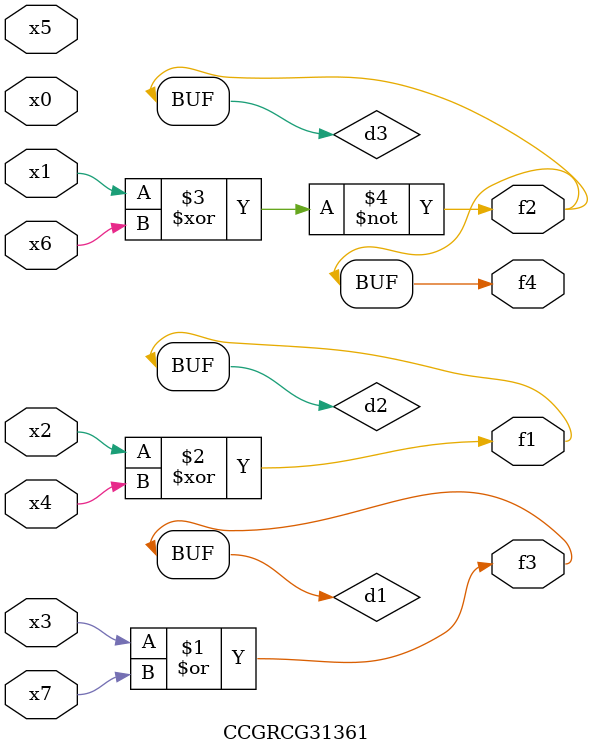
<source format=v>
module CCGRCG31361(
	input x0, x1, x2, x3, x4, x5, x6, x7,
	output f1, f2, f3, f4
);

	wire d1, d2, d3;

	or (d1, x3, x7);
	xor (d2, x2, x4);
	xnor (d3, x1, x6);
	assign f1 = d2;
	assign f2 = d3;
	assign f3 = d1;
	assign f4 = d3;
endmodule

</source>
